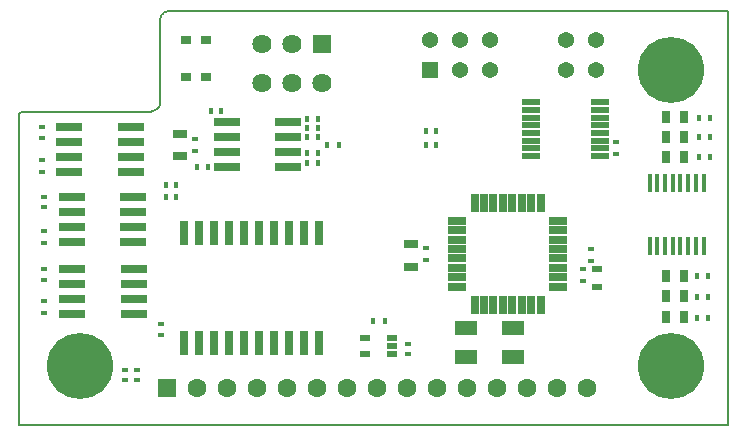
<source format=gts>
G04*
G04 #@! TF.GenerationSoftware,Altium Limited,Altium Designer,18.0.12 (696)*
G04*
G04 Layer_Color=8388736*
%FSLAX44Y44*%
%MOMM*%
G71*
G01*
G75*
%ADD20C,0.1520*%
%ADD21R,0.4500X0.6000*%
%ADD22R,0.6000X0.4500*%
%ADD23R,0.4000X0.6000*%
%ADD24R,0.6000X0.4000*%
%ADD32R,0.9000X0.5000*%
%ADD33R,1.3000X0.8000*%
%ADD37R,0.7016X2.1016*%
%ADD38R,2.3016X0.7016*%
%ADD39R,0.4516X1.5016*%
%ADD40R,0.8016X1.0016*%
%ADD41R,1.9016X1.3016*%
%ADD42R,0.6516X1.6016*%
%ADD43R,1.6016X0.6516*%
%ADD44R,0.9516X0.5016*%
%ADD45R,1.5016X0.5516*%
%ADD46R,0.8516X0.8016*%
%ADD47C,0.1016*%
%ADD48C,1.6016*%
%ADD49R,1.6016X1.6016*%
%ADD50C,1.3716*%
%ADD51R,1.3716X1.3716*%
%ADD52R,1.6256X1.6256*%
%ADD53C,1.6256*%
%ADD54C,5.6016*%
D20*
Y261586D01*
Y0D02*
X600202D01*
Y350012D01*
X129000D02*
X600202D01*
X126828Y350000D02*
X129000Y350012D01*
X126156Y350000D02*
X126828Y350000D01*
X124837Y349738D02*
X126156Y350000D01*
X123594Y349223D02*
X124837Y349738D01*
X122476Y348475D02*
X123594Y349223D01*
X122000Y348000D02*
X122476Y348475D01*
X121524Y347524D02*
X122000Y348000D01*
X120777Y346406D02*
X121524Y347524D01*
X120262Y345163D02*
X120777Y346406D01*
X120000Y343844D02*
X120262Y345163D01*
X120000Y343172D02*
Y343844D01*
X120000Y274828D02*
X120000Y343172D01*
X120000Y274828D02*
X120053Y273918D01*
X119892Y272102D02*
X120053Y273918D01*
X119380Y270353D02*
X119892Y272102D01*
X118536Y268738D02*
X119380Y270353D01*
X118000Y268000D02*
X118536Y268738D01*
X117184Y267300D02*
X118000Y268000D01*
X115368Y266155D02*
X117184Y267300D01*
X113363Y265387D02*
X115368Y266155D01*
X111246Y265024D02*
X113363Y265387D01*
X110172Y265000D02*
X111246Y265024D01*
X3414Y265000D02*
X110172D01*
X3078Y265000D02*
X3414Y265000D01*
X2418Y264869D02*
X3078Y265000D01*
X1797Y264611D02*
X2418Y264869D01*
X1238Y264238D02*
X1797Y264611D01*
X1000Y264000D02*
X1238Y264238D01*
X762Y263762D02*
X1000Y264000D01*
X389Y263203D02*
X762Y263762D01*
X131Y262582D02*
X389Y263203D01*
X0Y261922D02*
X131Y262582D01*
X0Y261586D02*
Y261922D01*
D21*
X261000Y237000D02*
D03*
X271000D02*
D03*
X309800Y87884D02*
D03*
X299800D02*
D03*
D22*
X505460Y229000D02*
D03*
Y239000D02*
D03*
X21104Y104426D02*
D03*
Y94426D02*
D03*
Y163882D02*
D03*
Y153882D02*
D03*
X19396Y224080D02*
D03*
Y214080D02*
D03*
X484632Y148764D02*
D03*
Y138764D02*
D03*
X477520Y132000D02*
D03*
Y122000D02*
D03*
X149352Y231982D02*
D03*
Y241982D02*
D03*
X344678Y149643D02*
D03*
Y139643D02*
D03*
D23*
X344688Y248666D02*
D03*
X353688D02*
D03*
X344688Y236474D02*
D03*
X353688D02*
D03*
X133500Y203000D02*
D03*
X124500D02*
D03*
X133500Y192786D02*
D03*
X124500D02*
D03*
X576322Y259842D02*
D03*
X585322D02*
D03*
X576322Y227025D02*
D03*
X585322D02*
D03*
X576322Y243434D02*
D03*
X585322D02*
D03*
X583500Y90424D02*
D03*
X574500D02*
D03*
X583500Y126238D02*
D03*
X574500D02*
D03*
X583500Y108204D02*
D03*
X574500D02*
D03*
X159996Y218190D02*
D03*
X150996D02*
D03*
X162632Y265430D02*
D03*
X171632D02*
D03*
X244166Y258826D02*
D03*
X253166D02*
D03*
Y251206D02*
D03*
X244166D02*
D03*
X253166Y243586D02*
D03*
X244166D02*
D03*
X253166Y230378D02*
D03*
X244166D02*
D03*
Y221996D02*
D03*
X253166D02*
D03*
D24*
X100000Y37500D02*
D03*
Y46500D02*
D03*
X90218Y37500D02*
D03*
Y46500D02*
D03*
X329692Y59508D02*
D03*
Y68508D02*
D03*
X120396Y85367D02*
D03*
Y76367D02*
D03*
X21481Y122500D02*
D03*
Y131500D02*
D03*
X21299Y183968D02*
D03*
Y192968D02*
D03*
X19595Y242774D02*
D03*
Y251774D02*
D03*
D32*
X489557Y116960D02*
D03*
Y131960D02*
D03*
D33*
X136906Y227482D02*
D03*
Y246482D02*
D03*
X332000Y152756D02*
D03*
Y133756D02*
D03*
D37*
X139850Y68902D02*
D03*
X152550D02*
D03*
X165250D02*
D03*
X177950D02*
D03*
X190650D02*
D03*
X203350D02*
D03*
X216050D02*
D03*
X228750D02*
D03*
X241450D02*
D03*
X254150D02*
D03*
Y161902D02*
D03*
X241450D02*
D03*
X228750D02*
D03*
X216050D02*
D03*
X203350D02*
D03*
X190650D02*
D03*
X177950D02*
D03*
X165250D02*
D03*
X152550D02*
D03*
X139850D02*
D03*
D38*
X228180Y218190D02*
D03*
Y230890D02*
D03*
Y256290D02*
D03*
X176180Y218190D02*
D03*
Y230890D02*
D03*
Y256290D02*
D03*
X228180Y243590D02*
D03*
X176180D02*
D03*
X45356Y118954D02*
D03*
X97356D02*
D03*
X45356Y131654D02*
D03*
Y106254D02*
D03*
Y93554D02*
D03*
X97356Y131654D02*
D03*
Y106254D02*
D03*
Y93554D02*
D03*
X97212Y154686D02*
D03*
Y167386D02*
D03*
Y192786D02*
D03*
X45212Y154686D02*
D03*
Y167386D02*
D03*
Y192786D02*
D03*
X97212Y180086D02*
D03*
X45212D02*
D03*
X95000Y214000D02*
D03*
Y226700D02*
D03*
Y252100D02*
D03*
X43000Y214000D02*
D03*
Y226700D02*
D03*
Y252100D02*
D03*
X95000Y239400D02*
D03*
X43000D02*
D03*
D39*
X579824Y205000D02*
D03*
X573324D02*
D03*
X566824D02*
D03*
X560324D02*
D03*
X553824D02*
D03*
X547324D02*
D03*
X540824D02*
D03*
X534324D02*
D03*
X579824Y151000D02*
D03*
X573324D02*
D03*
X566824D02*
D03*
X560324D02*
D03*
X553824D02*
D03*
X547324D02*
D03*
X540824D02*
D03*
X534324D02*
D03*
D40*
X548250Y108966D02*
D03*
X563250D02*
D03*
X548250Y126238D02*
D03*
X563250D02*
D03*
X548250Y91186D02*
D03*
X563250D02*
D03*
X563252Y226522D02*
D03*
X548252D02*
D03*
X563252Y260528D02*
D03*
X548252D02*
D03*
X563252Y243525D02*
D03*
X548252D02*
D03*
D41*
X378780Y81580D02*
D03*
X418780D02*
D03*
Y57580D02*
D03*
X378780D02*
D03*
D42*
X386020Y187780D02*
D03*
X394020D02*
D03*
X402020D02*
D03*
X410020D02*
D03*
X418020D02*
D03*
X426020D02*
D03*
X434020D02*
D03*
X442020D02*
D03*
Y101780D02*
D03*
X434020D02*
D03*
X426020D02*
D03*
X418020D02*
D03*
X410020D02*
D03*
X402020D02*
D03*
X394020D02*
D03*
X386020D02*
D03*
D43*
X457020Y172780D02*
D03*
Y164780D02*
D03*
Y156780D02*
D03*
Y148780D02*
D03*
Y140780D02*
D03*
Y132780D02*
D03*
Y124780D02*
D03*
Y116780D02*
D03*
X371020D02*
D03*
Y124780D02*
D03*
Y132780D02*
D03*
Y140780D02*
D03*
Y148780D02*
D03*
Y156780D02*
D03*
Y164780D02*
D03*
Y172780D02*
D03*
D44*
X315796Y60048D02*
D03*
Y66548D02*
D03*
Y73048D02*
D03*
X293296D02*
D03*
Y60048D02*
D03*
D45*
X433542Y272940D02*
D03*
Y266440D02*
D03*
Y259940D02*
D03*
Y253440D02*
D03*
Y246940D02*
D03*
Y240440D02*
D03*
Y233940D02*
D03*
Y227440D02*
D03*
X492542Y272940D02*
D03*
Y266440D02*
D03*
Y259940D02*
D03*
Y253440D02*
D03*
Y246940D02*
D03*
Y240440D02*
D03*
Y233940D02*
D03*
Y227440D02*
D03*
D46*
X158250Y326000D02*
D03*
Y294000D02*
D03*
X141750D02*
D03*
Y326000D02*
D03*
D47*
X128000Y178900D02*
D03*
X192000D02*
D03*
D48*
X379851Y31000D02*
D03*
X354450D02*
D03*
X405251D02*
D03*
X430650D02*
D03*
X456050D02*
D03*
X481451D02*
D03*
X278251D02*
D03*
X252850D02*
D03*
X303650D02*
D03*
X329050D02*
D03*
X227451D02*
D03*
X202050D02*
D03*
X151250D02*
D03*
X176651D02*
D03*
D49*
X125850D02*
D03*
D50*
X489204Y300300D02*
D03*
Y325700D02*
D03*
X463804Y300300D02*
D03*
Y325700D02*
D03*
X399034Y300300D02*
D03*
Y325700D02*
D03*
X373634Y300300D02*
D03*
Y325700D02*
D03*
X348234D02*
D03*
D51*
Y300300D02*
D03*
D52*
X256400Y322000D02*
D03*
D53*
X231000D02*
D03*
X205600D02*
D03*
X256400Y288980D02*
D03*
X231000D02*
D03*
X205600D02*
D03*
D54*
X552000Y50000D02*
D03*
Y300000D02*
D03*
X52000Y50000D02*
D03*
M02*

</source>
